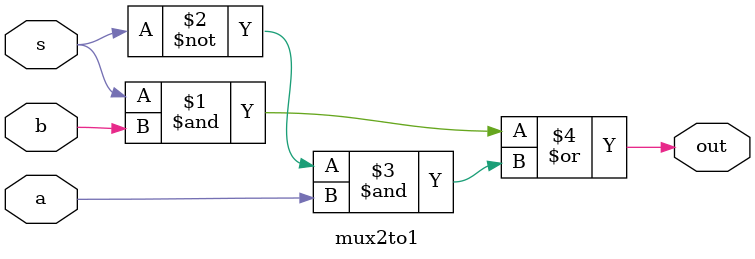
<source format=v>


module mux2(LEDR, SW);
    input [9:0] SW;
    output [9:0] LEDR;

    mux4to1 u0(
        .u(SW[0]),
        .w(SW[1]),
        .v(SW[2]),
        .x(SW[3]),
        .s1(SW[8]),
        .s0(SW[9]),
        .m(LEDR[0])
        );
endmodule

module mux4to1(u, v, w, x, s0, s1, m);
    input u; //selected when s0 is 0 and s1 is 0
    input v; //selected when s0 is 1 and s1 is 0
    input w; //selected when s0 is 0 and s1 is 1
    input x; //selected when s0 is 1 and s1 is 1 
    input s0; //select signal0
    input s1; //select signal1
    output m; //output
    
    wire Connection01, Connection02; //wire connections
    
    mux2to1 b0(
        .a(u),
        .b(w),
        .s(s1),
        .out(Connection01)
        );
    
    mux2to1 b1(
        .a(v),
        .b(x),
        .s(s1),
        .out(Connection02)
        );

    mux2to1 b2(
        .a(Connection01),
        .b(Connection02),
        .s(s0),
        .out(m)
        );
endmodule

module mux2to1(a, b, s, out);
    input a; //selected when s is 0
    input b; //selected when s is 1
    input s; //select signal
    output out; //output
  
    assign out = s & b | ~s & a;

endmodule


</source>
